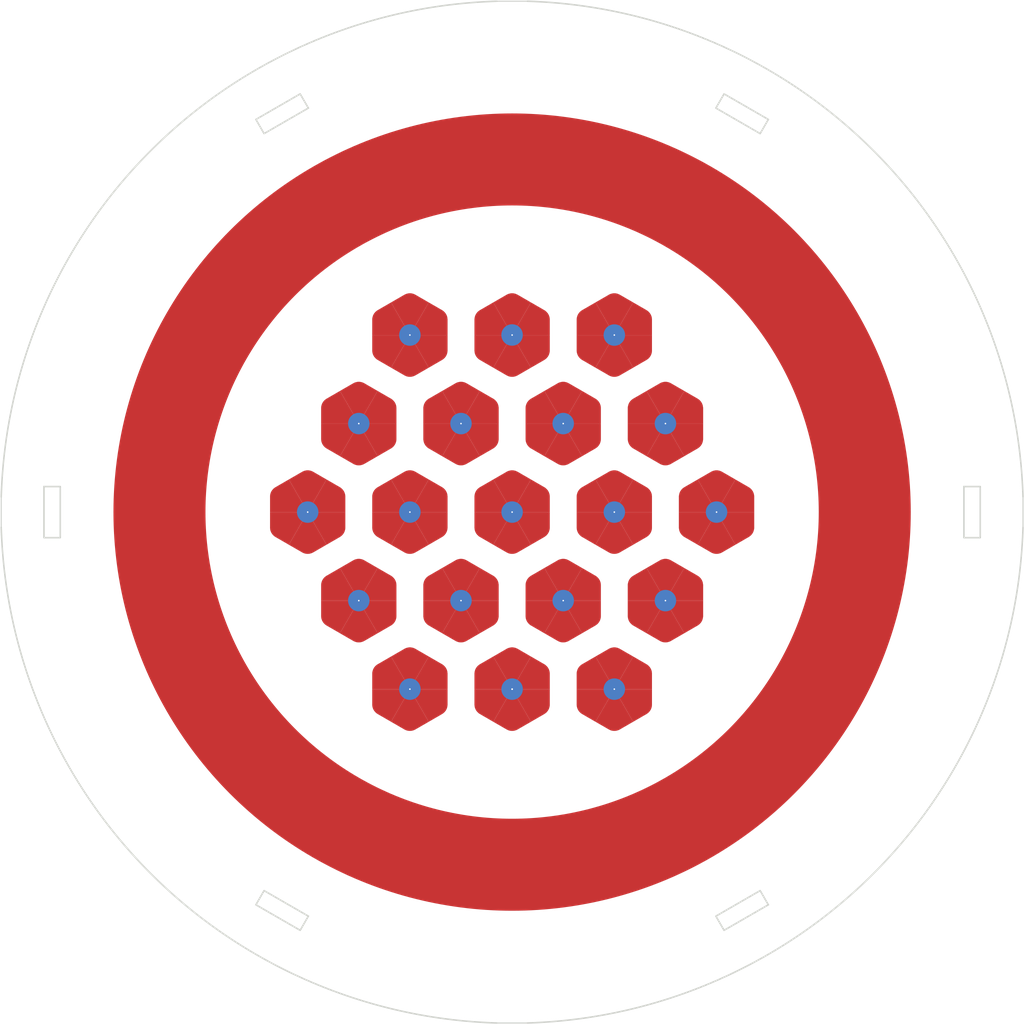
<source format=kicad_pcb>
(kicad_pcb (version 20221018) (generator pcbnew)
  (layers (0 "F.Cu" signal) (31 "B.Cu" signal) (34 "B.Paste" user) (35 "F.Paste" user) (36 "B.SilkS" user "B.Silkscreen") (37 "F.SilkS" user "F.Silkscreen") (38 "B.Mask" user) (39 "F.Mask" user) (44 "Edge.Cuts" user))
  (net 0 "")
  (footprint "1.Hex:Hex.Tile.Solid.Hex" (layer "F.Cu") (at 83.643 91.12013 90)
    (fp_text reference "REF**" hide)
    (fp_text value "Hex.Tile.Solid.Hex" hide)
  )
  (footprint "1.Hex:Hex.Tile.Solid.Hex" (layer "F.Cu") (at 88.643 82.46013 90)
    (fp_text reference "REF**" hide)
    (fp_text value "Hex.Tile.Solid.Hex" hide)
  )
  (footprint "1.Hex:Hex.Tile.Solid.Hex" (layer "F.Cu") (at 78.643 82.46013 90)
    (fp_text reference "REF**" hide)
    (fp_text value "Hex.Tile.Solid.Hex" hide)
  )
  (footprint "1.Hex:Hex.Tile.Solid.Hex" (layer "F.Cu") (at 88.643 65.14013 90)
    (fp_text reference "REF**" hide)
    (fp_text value "Hex.Tile.Solid.Hex" hide)
  )
  (footprint "1.Hex:Hex.Tile.Solid.Hex" (layer "F.Cu") (at 63.643 56.48013 90)
    (fp_text reference "REF**" hide)
    (fp_text value "Hex.Tile.Solid.Hex" hide)
  )
  (footprint "1.Hex:Hex.Tile.Solid.Hex" (layer "F.Cu") (at 93.643 73.80013 90)
    (fp_text reference "REF**" hide)
    (fp_text value "Hex.Tile.Solid.Hex" hide)
  )
  (footprint "1.Hex:Hex.Tile.Solid.Hex" (layer "F.Cu") (at 83.643 56.48013 90)
    (fp_text reference "REF**" hide)
    (fp_text value "Hex.Tile.Solid.Hex" hide)
  )
  (footprint "1.Hex:Hex.Tile.Solid.Hex" (layer "F.Cu") (at 58.643 82.46013 90)
    (fp_text reference "REF**" hide)
    (fp_text value "Hex.Tile.Solid.Hex" hide)
  )
  (footprint "1.Hex:Hex.Tile.Solid.Hex" (layer "F.Cu") (at 53.643 73.80013 90)
    (fp_text reference "REF**" hide)
    (fp_text value "Hex.Tile.Solid.Hex" hide)
  )
  (footprint "1.Hex:Hex.Tile.Solid.Hex" (layer "F.Cu") (at 68.643 65.14013 90)
    (fp_text reference "REF**" hide)
    (fp_text value "Hex.Tile.Solid.Hex" hide)
  )
  (footprint "1.Hex:Hex.Tile.Solid.Hex" (layer "F.Cu") (at 58.643 65.14013 90)
    (fp_text reference "REF**" hide)
    (fp_text value "Hex.Tile.Solid.Hex" hide)
  )
  (footprint "1.Hex:Hex.Tile.Solid.Hex" (layer "F.Cu") (at 73.643 56.48013 90)
    (fp_text reference "REF**" hide)
    (fp_text value "Hex.Tile.Solid.Hex" hide)
  )
  (footprint "1.Hex:Hex.Tile.Solid.Hex" (layer "F.Cu") (at 73.643 73.80013 90)
    (fp_text reference "REF**" hide)
    (fp_text value "Hex.Tile.Solid.Hex" hide)
  )
  (footprint "1.Hex:Hex.Tile.Solid.Hex" (layer "F.Cu") (at 83.643 73.80013 90)
    (fp_text reference "REF**" hide)
    (fp_text value "Hex.Tile.Solid.Hex" hide)
  )
  (footprint "1.Hex:Hex.Tile.Solid.Hex" (layer "F.Cu") (at 68.643 82.46013 90)
    (fp_text reference "REF**" hide)
    (fp_text value "Hex.Tile.Solid.Hex" hide)
  )
  (footprint "1.Hex:Hex.Tile.Solid.Hex" (layer "F.Cu") (at 73.643 91.12013 90)
    (fp_text reference "REF**" hide)
    (fp_text value "Hex.Tile.Solid.Hex" hide)
  )
  (footprint "1.Hex:Hex.Tile.Solid.Hex" (layer "F.Cu") (at 63.643 91.12013 90)
    (fp_text reference "REF**" hide)
    (fp_text value "Hex.Tile.Solid.Hex" hide)
  )
  (footprint "1.Hex:Hex.Tile.Solid.Hex" (layer "F.Cu") (at 63.643 73.80013 90)
    (fp_text reference "REF**" hide)
    (fp_text value "Hex.Tile.Solid.Hex" hide)
  )
  (footprint "1.Hex:Hex.Tile.Solid.Hex" (layer "F.Cu") (at 78.643 65.14013 90)
    (fp_text reference "REF**" hide)
    (fp_text value "Hex.Tile.Solid.Hex" hide)
  )
  (gr_circle (center 73.643 73.80013) (end 108.143 73.80013) (stroke (width 9)) (fill none) (layer "F.Cu"))
  (gr_circle (center 88.643 65.14013) (end 89.643 65.14013) (stroke (width 0.1)) (fill solid) (layer "B.Cu"))
  (gr_circle (center 88.643 82.46013) (end 89.643 82.46013) (stroke (width 0.1)) (fill solid) (layer "B.Cu"))
  (gr_circle (center 63.643 73.80013) (end 64.643 73.80013) (stroke (width 0.1)) (fill solid) (layer "B.Cu"))
  (gr_circle (center 58.643 65.14013) (end 59.643 65.14013) (stroke (width 0.1)) (fill solid) (layer "B.Cu"))
  (gr_circle (center 53.643 73.80013) (end 54.643 73.80013) (stroke (width 0.1)) (fill solid) (layer "B.Cu"))
  (gr_circle (center 78.643 82.46013) (end 79.643 82.46013) (stroke (width 0.1)) (fill solid) (layer "B.Cu"))
  (gr_circle (center 73.643 91.12013) (end 74.643 91.12013) (stroke (width 0.1)) (fill solid) (layer "B.Cu"))
  (gr_circle (center 73.643 73.80013) (end 74.643 73.80013) (stroke (width 0.1)) (fill solid) (layer "B.Cu"))
  (gr_circle (center 63.643 56.48013) (end 64.643 56.48013) (stroke (width 0.1)) (fill solid) (layer "B.Cu"))
  (gr_circle (center 63.643 91.12013) (end 64.643 91.12013) (stroke (width 0.1)) (fill solid) (layer "B.Cu"))
  (gr_circle (center 68.643 82.46013) (end 69.643 82.46013) (stroke (width 0.1)) (fill solid) (layer "B.Cu"))
  (gr_circle (center 83.643 73.80013) (end 84.643 73.80013) (stroke (width 0.1)) (fill solid) (layer "B.Cu"))
  (gr_circle (center 83.643 56.48013) (end 84.643 56.48013) (stroke (width 0.1)) (fill solid) (layer "B.Cu"))
  (gr_circle (center 58.643 82.46013) (end 59.643 82.46013) (stroke (width 0.1)) (fill solid) (layer "B.Cu"))
  (gr_circle (center 73.639263 56.473867) (end 74.639263 56.473867) (stroke (width 0.1)) (fill solid) (layer "B.Cu"))
  (gr_circle (center 93.643 73.80013) (end 94.643 73.80013) (stroke (width 0.1)) (fill solid) (layer "B.Cu"))
  (gr_circle (center 83.643 91.12013) (end 84.643 91.12013) (stroke (width 0.1)) (fill solid) (layer "B.Cu"))
  (gr_circle (center 68.643 65.14013) (end 69.643 65.14013) (stroke (width 0.1)) (fill solid) (layer "B.Cu"))
  (gr_circle (center 78.643 65.14013) (end 79.643 65.14013) (stroke (width 0.1)) (fill solid) (layer "B.Cu"))
  (gr_arc (start 75.143674 23.824526) (mid 108.998816 38.447139) (end 123.620514 72.302675) (stroke (width 0.15)) (layer "Edge.Cuts"))
  (gr_line (start 123.620514 72.302675) (end 123.620474 75.302674) (stroke (width 0.1)) (layer "Edge.Cuts"))
  (gr_arc (start 123.620474 75.302674) (mid 108.997861 109.157816) (end 75.142325 123.779514) (stroke (width 0.15)) (layer "Edge.Cuts"))
  (gr_line (start 23.665526 72.301326) (end 23.665486 75.301325) (stroke (width 0.1)) (layer "Edge.Cuts"))
  (gr_poly (pts (xy 97.908064 110.830323) (xy 98.708064 112.215964) (xy 94.377937 114.715964) (xy 93.577937 113.330323)) (stroke (width 0.15)) (fill none) (layer "Edge.Cuts"))
  (gr_poly (pts (xy 53.708064 113.330323) (xy 52.908064 114.715964) (xy 48.577937 112.215964) (xy 49.377937 110.830323)) (stroke (width 0.15)) (fill none) (layer "Edge.Cuts"))
  (gr_arc (start 72.142326 123.779474) (mid 38.287184 109.156861) (end 23.665486 75.301325) (stroke (width 0.15)) (layer "Edge.Cuts"))
  (gr_arc (start 23.665526 72.301326) (mid 38.288139 38.446184) (end 72.143675 23.824486) (stroke (width 0.15)) (layer "Edge.Cuts"))
  (gr_poly (pts (xy 93.577936 34.273677) (xy 94.377936 32.888036) (xy 98.708063 35.388036) (xy 97.908063 36.773677)) (stroke (width 0.15)) (fill none) (layer "Edge.Cuts"))
  (gr_line (start 72.143675 23.824486) (end 75.143674 23.824526) (stroke (width 0.1)) (layer "Edge.Cuts"))
  (gr_rect (start 117.843 71.302) (end 119.443 76.302) (stroke (width 0.15)) (fill none) (layer "Edge.Cuts"))
  (gr_poly (pts (xy 49.377936 36.773677) (xy 48.577936 35.388036) (xy 52.908063 32.888036) (xy 53.708063 34.273677)) (stroke (width 0.15)) (fill none) (layer "Edge.Cuts"))
  (gr_rect (start 27.843 71.302) (end 29.443 76.302) (stroke (width 0.15)) (fill none) (layer "Edge.Cuts"))
  (gr_line (start 72.142326 123.779474) (end 75.142325 123.779514) (stroke (width 0.1)) (layer "Edge.Cuts"))
  (via blind (at 88.643 65.14013) (size 0.25) (drill 0.15) (layers "F.Cu" "B.Cu") (net 0))
  (via blind (at 53.643 73.80013) (size 0.25) (drill 0.15) (layers "F.Cu" "B.Cu") (net 0))
  (via blind (at 78.643 82.46013) (size 0.25) (drill 0.15) (layers "F.Cu" "B.Cu") (net 0))
  (via blind (at 83.643 56.48013) (size 0.25) (drill 0.15) (layers "F.Cu" "B.Cu") (net 0))
  (via blind (at 78.643 65.14013) (size 0.25) (drill 0.15) (layers "F.Cu" "B.Cu") (net 0))
  (via blind (at 58.643 65.14013) (size 0.25) (drill 0.15) (layers "F.Cu" "B.Cu") (net 0))
  (via blind (at 93.643 73.80013) (size 0.25) (drill 0.15) (layers "F.Cu" "B.Cu") (net 0))
  (via blind (at 73.643 91.12013) (size 0.25) (drill 0.15) (layers "F.Cu" "B.Cu") (net 0))
  (via blind (at 63.643 73.80013) (size 0.25) (drill 0.15) (layers "F.Cu" "B.Cu") (net 0))
  (via blind (at 73.643 56.48013) (size 0.25) (drill 0.15) (layers "F.Cu" "B.Cu") (net 0))
  (via blind (at 68.643 65.14013) (size 0.25) (drill 0.15) (layers "F.Cu" "B.Cu") (net 0))
  (via blind (at 63.643 91.12013) (size 0.25) (drill 0.15) (layers "F.Cu" "B.Cu") (net 0))
  (via blind (at 68.643 82.46013) (size 0.25) (drill 0.15) (layers "F.Cu" "B.Cu") (net 0))
  (via blind (at 83.643 91.12013) (size 0.25) (drill 0.15) (layers "F.Cu" "B.Cu") (net 0))
  (via blind (at 83.643 73.80013) (size 0.25) (drill 0.15) (layers "F.Cu" "B.Cu") (net 0))
  (via blind (at 88.643 82.46013) (size 0.25) (drill 0.15) (layers "F.Cu" "B.Cu") (net 0))
  (via blind (at 58.643 82.46013) (size 0.25) (drill 0.15) (layers "F.Cu" "B.Cu") (net 0))
  (via blind (at 73.643 91.12013) (size 0.25) (drill 0.15) (layers "F.Cu" "B.Cu") (net 0))
  (via blind (at 63.643 56.48013) (size 0.25) (drill 0.15) (layers "F.Cu" "B.Cu") (net 0))
  (via blind (at 73.643 73.80013) (size 0.25) (drill 0.15) (layers "F.Cu" "B.Cu") (net 0))
)
</source>
